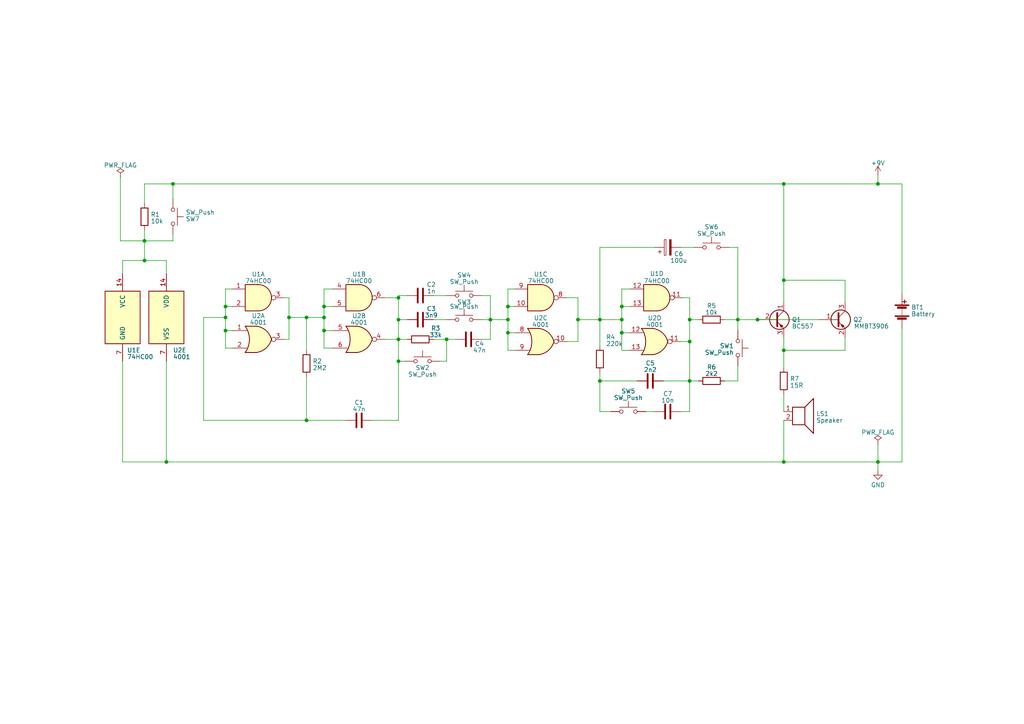
<source format=kicad_sch>
(kicad_sch (version 20230121) (generator eeschema)
  (paper "A4")
  (title_block (date "2023-05-08") (rev "v1.0a"))
  (lib_symbols
    (symbol "4xxx:4001" (pin_names (offset 1.016))
      (property "Reference" "U" (at 0 1.27 0))
      (property "Value" "4001" (at 0 -1.27 0))
      (symbol "4001_1_1"
        (arc (start -3.81 -3.81) (mid -2.589 0) (end -3.81 3.81) (stroke (width 0.254)))
        (arc (start -0.6096 -3.81) (mid 2.1842 -2.5851) (end 3.81 0) (stroke (width 0.254)) (fill (type background)))
        (polyline (pts (xy -3.81 -3.81) (xy -0.635 -3.81)) (stroke (width 0.254)) (fill (type background)))
        (polyline (pts (xy -3.81 3.81) (xy -0.635 3.81)) (stroke (width 0.254)) (fill (type background)))
        (polyline (pts (xy -0.635 3.81) (xy -3.81 3.81) (xy -3.81 3.81) (xy -3.556 3.4036) (xy -3.0226 2.2606) (xy -2.6924 1.0414) (xy -2.6162 -0.254) (xy -2.7686 -1.4986) (xy -3.175 -2.7178) (xy -3.81 -3.81) (xy -3.81 -3.81) (xy -0.635 -3.81)) (stroke (width -25.4)) (fill (type background)))
        (arc (start 3.81 0) (mid 2.1915 2.5936) (end -0.6096 3.81) (stroke (width 0.254)) (fill (type background)))
        (pin input line (at -7.62 2.54 0) (length 4.318) (name "~") (number "1"))
        (pin input line (at -7.62 -2.54 0) (length 4.318) (name "~") (number "2"))
        (pin output inverted (at 7.62 0 180) (length 3.81) (name "~") (number "3"))
      )
      (symbol "4001_1_2"
        (arc (start 0 -3.81) (mid 3.7934 0) (end 0 3.81) (stroke (width 0.254)) (fill (type background)))
        (polyline (pts (xy 0 3.81) (xy -3.81 3.81) (xy -3.81 -3.81) (xy 0 -3.81)) (stroke (width 0.254)) (fill (type background)))
        (pin input inverted (at -7.62 2.54 0) (length 3.81) (name "~") (number "1"))
        (pin input inverted (at -7.62 -2.54 0) (length 3.81) (name "~") (number "2"))
        (pin output line (at 7.62 0 180) (length 3.81) (name "~") (number "3"))
      )
      (symbol "4001_2_1"
        (arc (start -3.81 -3.81) (mid -2.589 0) (end -3.81 3.81) (stroke (width 0.254)))
        (arc (start -0.6096 -3.81) (mid 2.1842 -2.5851) (end 3.81 0) (stroke (width 0.254)) (fill (type background)))
        (polyline (pts (xy -3.81 -3.81) (xy -0.635 -3.81)) (stroke (width 0.254)) (fill (type background)))
        (polyline (pts (xy -3.81 3.81) (xy -0.635 3.81)) (stroke (width 0.254)) (fill (type background)))
        (polyline (pts (xy -0.635 3.81) (xy -3.81 3.81) (xy -3.81 3.81) (xy -3.556 3.4036) (xy -3.0226 2.2606) (xy -2.6924 1.0414) (xy -2.6162 -0.254) (xy -2.7686 -1.4986) (xy -3.175 -2.7178) (xy -3.81 -3.81) (xy -3.81 -3.81) (xy -0.635 -3.81)) (stroke (width -25.4)) (fill (type background)))
        (arc (start 3.81 0) (mid 2.1915 2.5936) (end -0.6096 3.81) (stroke (width 0.254)) (fill (type background)))
        (pin output inverted (at 7.62 0 180) (length 3.81) (name "~") (number "4"))
        (pin input line (at -7.62 2.54 0) (length 4.318) (name "~") (number "5"))
        (pin input line (at -7.62 -2.54 0) (length 4.318) (name "~") (number "6"))
      )
      (symbol "4001_2_2"
        (arc (start 0 -3.81) (mid 3.7934 0) (end 0 3.81) (stroke (width 0.254)) (fill (type background)))
        (polyline (pts (xy 0 3.81) (xy -3.81 3.81) (xy -3.81 -3.81) (xy 0 -3.81)) (stroke (width 0.254)) (fill (type background)))
        (pin output line (at 7.62 0 180) (length 3.81) (name "~") (number "4"))
        (pin input inverted (at -7.62 2.54 0) (length 3.81) (name "~") (number "5"))
        (pin input inverted (at -7.62 -2.54 0) (length 3.81) (name "~") (number "6"))
      )
      (symbol "4001_3_1"
        (arc (start -3.81 -3.81) (mid -2.589 0) (end -3.81 3.81) (stroke (width 0.254)))
        (arc (start -0.6096 -3.81) (mid 2.1842 -2.5851) (end 3.81 0) (stroke (width 0.254)) (fill (type background)))
        (polyline (pts (xy -3.81 -3.81) (xy -0.635 -3.81)) (stroke (width 0.254)) (fill (type background)))
        (polyline (pts (xy -3.81 3.81) (xy -0.635 3.81)) (stroke (width 0.254)) (fill (type background)))
        (polyline (pts (xy -0.635 3.81) (xy -3.81 3.81) (xy -3.81 3.81) (xy -3.556 3.4036) (xy -3.0226 2.2606) (xy -2.6924 1.0414) (xy -2.6162 -0.254) (xy -2.7686 -1.4986) (xy -3.175 -2.7178) (xy -3.81 -3.81) (xy -3.81 -3.81) (xy -0.635 -3.81)) (stroke (width -25.4)) (fill (type background)))
        (arc (start 3.81 0) (mid 2.1915 2.5936) (end -0.6096 3.81) (stroke (width 0.254)) (fill (type background)))
        (pin output inverted (at 7.62 0 180) (length 3.81) (name "~") (number "10"))
        (pin input line (at -7.62 2.54 0) (length 4.318) (name "~") (number "8"))
        (pin input line (at -7.62 -2.54 0) (length 4.318) (name "~") (number "9"))
      )
      (symbol "4001_3_2"
        (arc (start 0 -3.81) (mid 3.7934 0) (end 0 3.81) (stroke (width 0.254)) (fill (type background)))
        (polyline (pts (xy 0 3.81) (xy -3.81 3.81) (xy -3.81 -3.81) (xy 0 -3.81)) (stroke (width 0.254)) (fill (type background)))
        (pin output line (at 7.62 0 180) (length 3.81) (name "~") (number "10"))
        (pin input inverted (at -7.62 2.54 0) (length 3.81) (name "~") (number "8"))
        (pin input inverted (at -7.62 -2.54 0) (length 3.81) (name "~") (number "9"))
      )
      (symbol "4001_4_1"
        (arc (start -3.81 -3.81) (mid -2.589 0) (end -3.81 3.81) (stroke (width 0.254)))
        (arc (start -0.6096 -3.81) (mid 2.1842 -2.5851) (end 3.81 0) (stroke (width 0.254)) (fill (type background)))
        (polyline (pts (xy -3.81 -3.81) (xy -0.635 -3.81)) (stroke (width 0.254)) (fill (type background)))
        (polyline (pts (xy -3.81 3.81) (xy -0.635 3.81)) (stroke (width 0.254)) (fill (type background)))
        (polyline (pts (xy -0.635 3.81) (xy -3.81 3.81) (xy -3.81 3.81) (xy -3.556 3.4036) (xy -3.0226 2.2606) (xy -2.6924 1.0414) (xy -2.6162 -0.254) (xy -2.7686 -1.4986) (xy -3.175 -2.7178) (xy -3.81 -3.81) (xy -3.81 -3.81) (xy -0.635 -3.81)) (stroke (width -25.4)) (fill (type background)))
        (arc (start 3.81 0) (mid 2.1915 2.5936) (end -0.6096 3.81) (stroke (width 0.254)) (fill (type background)))
        (pin output inverted (at 7.62 0 180) (length 3.81) (name "~") (number "11"))
        (pin input line (at -7.62 2.54 0) (length 4.318) (name "~") (number "12"))
        (pin input line (at -7.62 -2.54 0) (length 4.318) (name "~") (number "13"))
      )
      (symbol "4001_4_2"
        (arc (start 0 -3.81) (mid 3.7934 0) (end 0 3.81) (stroke (width 0.254)) (fill (type background)))
        (polyline (pts (xy 0 3.81) (xy -3.81 3.81) (xy -3.81 -3.81) (xy 0 -3.81)) (stroke (width 0.254)) (fill (type background)))
        (pin output line (at 7.62 0 180) (length 3.81) (name "~") (number "11"))
        (pin input inverted (at -7.62 2.54 0) (length 3.81) (name "~") (number "12"))
        (pin input inverted (at -7.62 -2.54 0) (length 3.81) (name "~") (number "13"))
      )
      (symbol "4001_5_0"
        (pin power_in line (at 0 12.7 270) (length 5.08) (name "VDD") (number "14"))
        (pin power_in line (at 0 -12.7 90) (length 5.08) (name "VSS") (number "7"))
      )
      (symbol "4001_5_1"
        (rectangle (start -5.08 7.62) (end 5.08 -7.62) (stroke (width 0.254)) (fill (type background)))
      )
    )
    (symbol "74xx:74HC00" (pin_names (offset 1.016))
      (property "Reference" "U" (at 0 1.27 0))
      (property "Value" "74HC00" (at 0 -1.27 0))
      (symbol "74HC00_1_1"
        (arc (start 0 -3.81) (mid 3.7934 0) (end 0 3.81) (stroke (width 0.254)) (fill (type background)))
        (polyline (pts (xy 0 3.81) (xy -3.81 3.81) (xy -3.81 -3.81) (xy 0 -3.81)) (stroke (width 0.254)) (fill (type background)))
        (pin input line (at -7.62 2.54 0) (length 3.81) (name "~") (number "1"))
        (pin input line (at -7.62 -2.54 0) (length 3.81) (name "~") (number "2"))
        (pin output inverted (at 7.62 0 180) (length 3.81) (name "~") (number "3"))
      )
      (symbol "74HC00_1_2"
        (arc (start -3.81 -3.81) (mid -2.589 0) (end -3.81 3.81) (stroke (width 0.254)))
        (arc (start -0.6096 -3.81) (mid 2.1842 -2.5851) (end 3.81 0) (stroke (width 0.254)) (fill (type background)))
        (polyline (pts (xy -3.81 -3.81) (xy -0.635 -3.81)) (stroke (width 0.254)) (fill (type background)))
        (polyline (pts (xy -3.81 3.81) (xy -0.635 3.81)) (stroke (width 0.254)) (fill (type background)))
        (polyline (pts (xy -0.635 3.81) (xy -3.81 3.81) (xy -3.81 3.81) (xy -3.556 3.4036) (xy -3.0226 2.2606) (xy -2.6924 1.0414) (xy -2.6162 -0.254) (xy -2.7686 -1.4986) (xy -3.175 -2.7178) (xy -3.81 -3.81) (xy -3.81 -3.81) (xy -0.635 -3.81)) (stroke (width -25.4)) (fill (type background)))
        (arc (start 3.81 0) (mid 2.1915 2.5936) (end -0.6096 3.81) (stroke (width 0.254)) (fill (type background)))
        (pin input inverted (at -7.62 2.54 0) (length 4.318) (name "~") (number "1"))
        (pin input inverted (at -7.62 -2.54 0) (length 4.318) (name "~") (number "2"))
        (pin output line (at 7.62 0 180) (length 3.81) (name "~") (number "3"))
      )
      (symbol "74HC00_2_1"
        (arc (start 0 -3.81) (mid 3.7934 0) (end 0 3.81) (stroke (width 0.254)) (fill (type background)))
        (polyline (pts (xy 0 3.81) (xy -3.81 3.81) (xy -3.81 -3.81) (xy 0 -3.81)) (stroke (width 0.254)) (fill (type background)))
        (pin input line (at -7.62 2.54 0) (length 3.81) (name "~") (number "4"))
        (pin input line (at -7.62 -2.54 0) (length 3.81) (name "~") (number "5"))
        (pin output inverted (at 7.62 0 180) (length 3.81) (name "~") (number "6"))
      )
      (symbol "74HC00_2_2"
        (arc (start -3.81 -3.81) (mid -2.589 0) (end -3.81 3.81) (stroke (width 0.254)))
        (arc (start -0.6096 -3.81) (mid 2.1842 -2.5851) (end 3.81 0) (stroke (width 0.254)) (fill (type background)))
        (polyline (pts (xy -3.81 -3.81) (xy -0.635 -3.81)) (stroke (width 0.254)) (fill (type background)))
        (polyline (pts (xy -3.81 3.81) (xy -0.635 3.81)) (stroke (width 0.254)) (fill (type background)))
        (polyline (pts (xy -0.635 3.81) (xy -3.81 3.81) (xy -3.81 3.81) (xy -3.556 3.4036) (xy -3.0226 2.2606) (xy -2.6924 1.0414) (xy -2.6162 -0.254) (xy -2.7686 -1.4986) (xy -3.175 -2.7178) (xy -3.81 -3.81) (xy -3.81 -3.81) (xy -0.635 -3.81)) (stroke (width -25.4)) (fill (type background)))
        (arc (start 3.81 0) (mid 2.1915 2.5936) (end -0.6096 3.81) (stroke (width 0.254)) (fill (type background)))
        (pin input inverted (at -7.62 2.54 0) (length 4.318) (name "~") (number "4"))
        (pin input inverted (at -7.62 -2.54 0) (length 4.318) (name "~") (number "5"))
        (pin output line (at 7.62 0 180) (length 3.81) (name "~") (number "6"))
      )
      (symbol "74HC00_3_1"
        (arc (start 0 -3.81) (mid 3.7934 0) (end 0 3.81) (stroke (width 0.254)) (fill (type background)))
        (polyline (pts (xy 0 3.81) (xy -3.81 3.81) (xy -3.81 -3.81) (xy 0 -3.81)) (stroke (width 0.254)) (fill (type background)))
        (pin input line (at -7.62 -2.54 0) (length 3.81) (name "~") (number "10"))
        (pin output inverted (at 7.62 0 180) (length 3.81) (name "~") (number "8"))
        (pin input line (at -7.62 2.54 0) (length 3.81) (name "~") (number "9"))
      )
      (symbol "74HC00_3_2"
        (arc (start -3.81 -3.81) (mid -2.589 0) (end -3.81 3.81) (stroke (width 0.254)))
        (arc (start -0.6096 -3.81) (mid 2.1842 -2.5851) (end 3.81 0) (stroke (width 0.254)) (fill (type background)))
        (polyline (pts (xy -3.81 -3.81) (xy -0.635 -3.81)) (stroke (width 0.254)) (fill (type background)))
        (polyline (pts (xy -3.81 3.81) (xy -0.635 3.81)) (stroke (width 0.254)) (fill (type background)))
        (polyline (pts (xy -0.635 3.81) (xy -3.81 3.81) (xy -3.81 3.81) (xy -3.556 3.4036) (xy -3.0226 2.2606) (xy -2.6924 1.0414) (xy -2.6162 -0.254) (xy -2.7686 -1.4986) (xy -3.175 -2.7178) (xy -3.81 -3.81) (xy -3.81 -3.81) (xy -0.635 -3.81)) (stroke (width -25.4)) (fill (type background)))
        (arc (start 3.81 0) (mid 2.1915 2.5936) (end -0.6096 3.81) (stroke (width 0.254)) (fill (type background)))
        (pin input inverted (at -7.62 -2.54 0) (length 4.318) (name "~") (number "10"))
        (pin output line (at 7.62 0 180) (length 3.81) (name "~") (number "8"))
        (pin input inverted (at -7.62 2.54 0) (length 4.318) (name "~") (number "9"))
      )
      (symbol "74HC00_4_1"
        (arc (start 0 -3.81) (mid 3.7934 0) (end 0 3.81) (stroke (width 0.254)) (fill (type background)))
        (polyline (pts (xy 0 3.81) (xy -3.81 3.81) (xy -3.81 -3.81) (xy 0 -3.81)) (stroke (width 0.254)) (fill (type background)))
        (pin output inverted (at 7.62 0 180) (length 3.81) (name "~") (number "11"))
        (pin input line (at -7.62 2.54 0) (length 3.81) (name "~") (number "12"))
        (pin input line (at -7.62 -2.54 0) (length 3.81) (name "~") (number "13"))
      )
      (symbol "74HC00_4_2"
        (arc (start -3.81 -3.81) (mid -2.589 0) (end -3.81 3.81) (stroke (width 0.254)))
        (arc (start -0.6096 -3.81) (mid 2.1842 -2.5851) (end 3.81 0) (stroke (width 0.254)) (fill (type background)))
        (polyline (pts (xy -3.81 -3.81) (xy -0.635 -3.81)) (stroke (width 0.254)) (fill (type background)))
        (polyline (pts (xy -3.81 3.81) (xy -0.635 3.81)) (stroke (width 0.254)) (fill (type background)))
        (polyline (pts (xy -0.635 3.81) (xy -3.81 3.81) (xy -3.81 3.81) (xy -3.556 3.4036) (xy -3.0226 2.2606) (xy -2.6924 1.0414) (xy -2.6162 -0.254) (xy -2.7686 -1.4986) (xy -3.175 -2.7178) (xy -3.81 -3.81) (xy -3.81 -3.81) (xy -0.635 -3.81)) (stroke (width -25.4)) (fill (type background)))
        (arc (start 3.81 0) (mid 2.1915 2.5936) (end -0.6096 3.81) (stroke (width 0.254)) (fill (type background)))
        (pin output line (at 7.62 0 180) (length 3.81) (name "~") (number "11"))
        (pin input inverted (at -7.62 2.54 0) (length 4.318) (name "~") (number "12"))
        (pin input inverted (at -7.62 -2.54 0) (length 4.318) (name "~") (number "13"))
      )
      (symbol "74HC00_5_0"
        (pin power_in line (at 0 12.7 270) (length 5.08) (name "VCC") (number "14"))
        (pin power_in line (at 0 -12.7 90) (length 5.08) (name "GND") (number "7"))
      )
      (symbol "74HC00_5_1"
        (rectangle (start -5.08 7.62) (end 5.08 -7.62) (stroke (width 0.254)) (fill (type background)))
      )
    )
    (symbol "Device:Battery" (pin_numbers hide) (pin_names (offset 0) hide)
      (property "Reference" "BT" (at 2.54 2.54 0))
      (property "Value" "Battery" (at 2.54 0 0))
      (symbol "Battery_0_1"
        (rectangle (start -2.032 -1.397) (end 2.032 -1.651) (fill (type outline)))
        (rectangle (start -2.032 1.778) (end 2.032 1.524) (fill (type outline)))
        (rectangle (start -1.3208 -1.9812) (end 1.27 -2.4892) (fill (type outline)))
        (rectangle (start -1.3208 1.1938) (end 1.27 0.6858) (fill (type outline)))
        (polyline (pts (xy 0 -1.524) (xy 0 -1.27)))
        (polyline (pts (xy 0 -1.016) (xy 0 -0.762)))
        (polyline (pts (xy 0 -0.508) (xy 0 -0.254)))
        (polyline (pts (xy 0 0) (xy 0 0.254)))
        (polyline (pts (xy 0 0.508) (xy 0 0.762)))
        (polyline (pts (xy 0 1.778) (xy 0 2.54)))
        (polyline (pts (xy 0.254 2.667) (xy 1.27 2.667)) (stroke (width 0.254)))
        (polyline (pts (xy 0.762 3.175) (xy 0.762 2.159)) (stroke (width 0.254)))
      )
      (symbol "Battery_1_1"
        (pin passive line (at 0 5.08 270) (length 2.54) (name "+") (number "1"))
        (pin passive line (at 0 -5.08 90) (length 2.54) (name "-") (number "2"))
      )
    )
    (symbol "Device:C" (pin_numbers hide) (pin_names (offset 0.254))
      (property "Reference" "C" (at 0.635 2.54 0))
      (property "Value" "C" (at 0.635 -2.54 0))
      (symbol "C_0_1"
        (polyline (pts (xy -2.032 -0.762) (xy 2.032 -0.762)) (stroke (width 0.508)))
        (polyline (pts (xy -2.032 0.762) (xy 2.032 0.762)) (stroke (width 0.508)))
      )
      (symbol "C_1_1"
        (pin passive line (at 0 3.81 270) (length 2.794) (name "~") (number "1"))
        (pin passive line (at 0 -3.81 90) (length 2.794) (name "~") (number "2"))
      )
    )
    (symbol "Device:C_Polarized" (pin_numbers hide) (pin_names (offset 0.254))
      (property "Reference" "C" (at 0.635 2.54 0))
      (property "Value" "C_Polarized" (at 0.635 -2.54 0))
      (symbol "C_Polarized_0_1"
        (rectangle (start -2.286 0.508) (end 2.286 1.016))
        (polyline (pts (xy -1.778 2.286) (xy -0.762 2.286)))
        (polyline (pts (xy -1.27 2.794) (xy -1.27 1.778)))
        (rectangle (start 2.286 -0.508) (end -2.286 -1.016) (fill (type outline)))
      )
      (symbol "C_Polarized_1_1"
        (pin passive line (at 0 3.81 270) (length 2.794) (name "~") (number "1"))
        (pin passive line (at 0 -3.81 90) (length 2.794) (name "~") (number "2"))
      )
    )
    (symbol "Device:R" (pin_numbers hide) (pin_names (offset 0))
      (property "Reference" "R" (at 2.032 0 90))
      (property "Value" "R" (at 0 0 90))
      (symbol "R_0_1"
        (rectangle (start -1.016 -2.54) (end 1.016 2.54) (stroke (width 0.254)))
      )
      (symbol "R_1_1"
        (pin passive line (at 0 3.81 270) (length 1.27) (name "~") (number "1"))
        (pin passive line (at 0 -3.81 90) (length 1.27) (name "~") (number "2"))
      )
    )
    (symbol "Device:Speaker" (pin_names (offset 0) hide)
      (property "Reference" "LS" (at 1.27 5.715 0))
      (property "Value" "Speaker" (at 1.27 3.81 0))
      (symbol "Speaker_0_0"
        (rectangle (start -2.54 1.27) (end 1.016 -3.81) (stroke (width 0.254)))
        (polyline (pts (xy 1.016 1.27) (xy 3.556 3.81) (xy 3.556 -6.35) (xy 1.016 -3.81)) (stroke (width 0.254)))
      )
      (symbol "Speaker_1_1"
        (pin input line (at -5.08 0 0) (length 2.54) (name "1") (number "1"))
        (pin input line (at -5.08 -2.54 0) (length 2.54) (name "2") (number "2"))
      )
    )
    (symbol "Switch:SW_Push" (pin_numbers hide) (pin_names (offset 1.016) hide)
      (property "Reference" "SW" (at 1.27 2.54 0))
      (property "Value" "SW_Push" (at 0 -1.524 0))
      (symbol "SW_Push_0_1"
        (circle (center -2.032 0) (radius 0.508))
        (polyline (pts (xy 0 1.27) (xy 0 3.048)))
        (polyline (pts (xy 2.54 1.27) (xy -2.54 1.27)))
        (circle (center 2.032 0) (radius 0.508))
        (pin passive line (at -5.08 0 0) (length 2.54) (name "1") (number "1"))
        (pin passive line (at 5.08 0 180) (length 2.54) (name "2") (number "2"))
      )
    )
    (symbol "Transistor_BJT:BC557" (pin_names (offset 0) hide)
      (property "Reference" "Q" (at 5.08 1.905 0))
      (property "Value" "BC557" (at 5.08 0 0))
      (symbol "BC557_0_1"
        (polyline (pts (xy 0.635 0.635) (xy 2.54 2.54)))
        (polyline (pts (xy 0.635 -0.635) (xy 2.54 -2.54) (xy 2.54 -2.54)))
        (polyline (pts (xy 0.635 1.905) (xy 0.635 -1.905) (xy 0.635 -1.905)) (stroke (width 0.508)))
        (polyline (pts (xy 2.286 -1.778) (xy 1.778 -2.286) (xy 1.27 -1.27) (xy 2.286 -1.778) (xy 2.286 -1.778)) (fill (type outline)))
        (circle (center 1.27 0) (radius 2.8194) (stroke (width 0.254)))
      )
      (symbol "BC557_1_1"
        (pin passive line (at 2.54 5.08 270) (length 2.54) (name "C") (number "1"))
        (pin input line (at -5.08 0 0) (length 5.715) (name "B") (number "2"))
        (pin passive line (at 2.54 -5.08 90) (length 2.54) (name "E") (number "3"))
      )
    )
    (symbol "Transistor_BJT:MMBT3906" (pin_names (offset 0) hide)
      (property "Reference" "Q" (at 5.08 1.905 0))
      (property "Value" "MMBT3906" (at 5.08 0 0))
      (symbol "MMBT3906_0_1"
        (polyline (pts (xy 0.635 0.635) (xy 2.54 2.54)))
        (polyline (pts (xy 0.635 -0.635) (xy 2.54 -2.54) (xy 2.54 -2.54)))
        (polyline (pts (xy 0.635 1.905) (xy 0.635 -1.905) (xy 0.635 -1.905)) (stroke (width 0.508)))
        (polyline (pts (xy 2.286 -1.778) (xy 1.778 -2.286) (xy 1.27 -1.27) (xy 2.286 -1.778) (xy 2.286 -1.778)) (fill (type outline)))
        (circle (center 1.27 0) (radius 2.8194) (stroke (width 0.254)))
      )
      (symbol "MMBT3906_1_1"
        (pin input line (at -5.08 0 0) (length 5.715) (name "B") (number "1"))
        (pin passive line (at 2.54 -5.08 90) (length 2.54) (name "E") (number "2"))
        (pin passive line (at 2.54 5.08 270) (length 2.54) (name "C") (number "3"))
      )
    )
    (symbol "power:+9V" (power) (pin_names (offset 0))
      (property "Value" "+9V" (at 0 3.556 0))
      (symbol "+9V_0_1"
        (polyline (pts (xy -0.762 1.27) (xy 0 2.54)))
        (polyline (pts (xy 0 0) (xy 0 2.54)))
        (polyline (pts (xy 0 2.54) (xy 0.762 1.27)))
      )
      (symbol "+9V_1_1"
        (pin power_in line (at 0 0 90) (length 0) hide (name "+9V") (number "1"))
      )
    )
    (symbol "power:GND" (power) (pin_names (offset 0))
      (property "Value" "GND" (at 0 -3.81 0))
      (symbol "GND_0_1"
        (polyline (pts (xy 0 0) (xy 0 -1.27) (xy 1.27 -1.27) (xy 0 -2.54) (xy -1.27 -1.27) (xy 0 -1.27)))
      )
      (symbol "GND_1_1"
        (pin power_in line (at 0 0 270) (length 0) hide (name "GND") (number "1"))
      )
    )
    (symbol "power:PWR_FLAG" (power) (pin_numbers hide) (pin_names (offset 0) hide)
      (property "Value" "PWR_FLAG" (at 0 3.81 0))
      (symbol "PWR_FLAG_0_0"
        (pin power_out line (at 0 0 90) (length 0) (name "pwr") (number "1"))
      )
      (symbol "PWR_FLAG_0_1"
        (polyline (pts (xy 0 0) (xy 0 1.27) (xy -1.016 1.905) (xy 0 2.54) (xy 1.016 1.905) (xy 0 1.27)))
      )
    )
  )
  (junction (at 180.34 88.9))
  (junction (at 88.9 121.92))
  (junction (at 180.34 96.52))
  (junction (at 227.33 133.985))
  (junction (at 115.57 104.775))
  (junction (at 173.99 110.49))
  (junction (at 254.635 133.985))
  (junction (at 41.91 69.85))
  (junction (at 254.635 53.34))
  (junction (at 180.34 92.71))
  (junction (at 227.33 101.6))
  (junction (at 147.32 96.52))
  (junction (at 88.9 92.075))
  (junction (at 41.91 75.565))
  (junction (at 173.99 92.71))
  (junction (at 142.24 92.71))
  (junction (at 65.405 88.9))
  (junction (at 65.405 95.885))
  (junction (at 93.98 92.075))
  (junction (at 129.54 98.425))
  (junction (at 200.025 99.06))
  (junction (at 200.025 110.49))
  (junction (at 115.57 98.425))
  (junction (at 115.57 86.36))
  (junction (at 227.33 53.34))
  (junction (at 93.98 88.9))
  (junction (at 147.32 92.71))
  (junction (at 65.405 92.075))
  (junction (at 147.32 88.9))
  (junction (at 115.57 92.71))
  (junction (at 83.82 92.075))
  (junction (at 93.98 95.885))
  (junction (at 200.025 92.71))
  (junction (at 219.71 92.71))
  (junction (at 227.33 81.28))
  (junction (at 167.64 92.71))
  (junction (at 213.995 92.71))
  (junction (at 48.26 133.985))
  (junction (at 50.165 53.34))
  (wire (pts (xy 65.405 95.885) (xy 65.405 100.965)))
  (wire (pts (xy 67.31 95.885) (xy 65.405 95.885)))
  (wire (pts (xy 173.99 119.38) (xy 177.165 119.38)))
  (wire (pts (xy 245.11 87.63) (xy 245.11 81.28)))
  (wire (pts (xy 180.34 96.52) (xy 180.34 101.6)))
  (wire (pts (xy 129.54 104.775) (xy 129.54 98.425)))
  (wire (pts (xy 227.33 97.79) (xy 227.33 101.6)))
  (wire (pts (xy 50.165 53.34) (xy 50.165 57.785)))
  (wire (pts (xy 59.055 121.92) (xy 88.9 121.92)))
  (wire (pts (xy 227.33 81.28) (xy 227.33 87.63)))
  (wire (pts (xy 142.24 92.71) (xy 147.32 92.71)))
  (wire (pts (xy 149.225 96.52) (xy 147.32 96.52)))
  (wire (pts (xy 197.485 119.38) (xy 200.025 119.38)))
  (wire (pts (xy 200.025 92.71) (xy 202.565 92.71)))
  (wire (pts (xy 254.635 133.985) (xy 254.635 136.525)))
  (wire (pts (xy 147.32 96.52) (xy 147.32 101.6)))
  (wire (pts (xy 35.56 75.565) (xy 41.91 75.565)))
  (wire (pts (xy 41.91 59.055) (xy 41.91 53.34)))
  (wire (pts (xy 254.635 133.985) (xy 261.62 133.985)))
  (wire (pts (xy 182.245 96.52) (xy 180.34 96.52)))
  (wire (pts (xy 261.62 95.25) (xy 261.62 133.985)))
  (wire (pts (xy 173.99 100.33) (xy 173.99 92.71)))
  (wire (pts (xy 129.54 98.425) (xy 132.08 98.425)))
  (wire (pts (xy 50.165 53.34) (xy 227.33 53.34)))
  (wire (pts (xy 200.025 86.36) (xy 200.025 92.71)))
  (wire (pts (xy 65.405 92.075) (xy 65.405 95.885)))
  (wire (pts (xy 149.225 83.82) (xy 147.32 83.82)))
  (wire (pts (xy 41.91 69.85) (xy 34.925 69.85)))
  (wire (pts (xy 111.76 86.36) (xy 115.57 86.36)))
  (wire (pts (xy 180.34 83.82) (xy 180.34 88.9)))
  (wire (pts (xy 65.405 83.82) (xy 67.31 83.82)))
  (wire (pts (xy 93.98 100.965) (xy 96.52 100.965)))
  (wire (pts (xy 111.76 98.425) (xy 115.57 98.425)))
  (wire (pts (xy 227.33 133.985) (xy 254.635 133.985)))
  (wire (pts (xy 219.71 92.71) (xy 237.49 92.71)))
  (wire (pts (xy 189.865 71.755) (xy 173.99 71.755)))
  (wire (pts (xy 88.9 101.6) (xy 88.9 92.075)))
  (wire (pts (xy 93.98 92.075) (xy 93.98 95.885)))
  (wire (pts (xy 200.025 99.06) (xy 200.025 110.49)))
  (wire (pts (xy 197.485 99.06) (xy 200.025 99.06)))
  (wire (pts (xy 198.12 86.36) (xy 200.025 86.36)))
  (wire (pts (xy 48.26 133.985) (xy 227.33 133.985)))
  (wire (pts (xy 125.73 85.725) (xy 129.54 85.725)))
  (wire (pts (xy 48.26 75.565) (xy 48.26 79.375)))
  (wire (pts (xy 147.32 88.9) (xy 149.225 88.9)))
  (wire (pts (xy 96.52 83.82) (xy 93.98 83.82)))
  (wire (pts (xy 182.88 88.9) (xy 180.34 88.9)))
  (wire (pts (xy 118.11 85.725) (xy 115.57 85.725)))
  (wire (pts (xy 213.995 92.71) (xy 219.71 92.71)))
  (wire (pts (xy 147.32 88.9) (xy 147.32 92.71)))
  (wire (pts (xy 173.99 71.755) (xy 173.99 92.71)))
  (wire (pts (xy 173.99 107.95) (xy 173.99 110.49)))
  (wire (pts (xy 65.405 88.9) (xy 67.31 88.9)))
  (wire (pts (xy 88.9 109.22) (xy 88.9 121.92)))
  (wire (pts (xy 50.165 69.85) (xy 50.165 67.945)))
  (wire (pts (xy 88.9 121.92) (xy 100.33 121.92)))
  (wire (pts (xy 187.325 119.38) (xy 189.865 119.38)))
  (wire (pts (xy 41.91 69.85) (xy 41.91 66.675)))
  (wire (pts (xy 125.73 92.71) (xy 129.54 92.71)))
  (wire (pts (xy 227.33 121.92) (xy 227.33 133.985)))
  (wire (pts (xy 180.34 101.6) (xy 182.245 101.6)))
  (wire (pts (xy 164.465 99.06) (xy 167.64 99.06)))
  (wire (pts (xy 115.57 121.92) (xy 107.95 121.92)))
  (wire (pts (xy 93.98 95.885) (xy 93.98 100.965)))
  (wire (pts (xy 50.165 69.85) (xy 41.91 69.85)))
  (wire (pts (xy 227.33 114.3) (xy 227.33 119.38)))
  (wire (pts (xy 167.64 86.36) (xy 167.64 92.71)))
  (wire (pts (xy 115.57 92.71) (xy 115.57 98.425)))
  (wire (pts (xy 254.635 128.905) (xy 254.635 133.985)))
  (wire (pts (xy 83.82 98.425) (xy 82.55 98.425)))
  (wire (pts (xy 142.24 92.71) (xy 142.24 98.425)))
  (wire (pts (xy 127.635 104.775) (xy 129.54 104.775)))
  (wire (pts (xy 35.56 133.985) (xy 48.26 133.985)))
  (wire (pts (xy 180.34 92.71) (xy 180.34 96.52)))
  (wire (pts (xy 93.98 88.9) (xy 93.98 92.075)))
  (wire (pts (xy 261.62 85.09) (xy 261.62 53.34)))
  (wire (pts (xy 65.405 100.965) (xy 67.31 100.965)))
  (wire (pts (xy 65.405 88.9) (xy 65.405 92.075)))
  (wire (pts (xy 59.055 92.075) (xy 59.055 121.92)))
  (wire (pts (xy 115.57 86.36) (xy 115.57 92.71)))
  (wire (pts (xy 65.405 92.075) (xy 59.055 92.075)))
  (wire (pts (xy 139.7 92.71) (xy 142.24 92.71)))
  (wire (pts (xy 41.91 53.34) (xy 50.165 53.34)))
  (wire (pts (xy 147.32 92.71) (xy 147.32 96.52)))
  (wire (pts (xy 115.57 104.775) (xy 115.57 98.425)))
  (wire (pts (xy 93.98 88.9) (xy 96.52 88.9)))
  (wire (pts (xy 93.98 83.82) (xy 93.98 88.9)))
  (wire (pts (xy 180.34 88.9) (xy 180.34 92.71)))
  (wire (pts (xy 254.635 53.34) (xy 227.33 53.34)))
  (wire (pts (xy 173.99 92.71) (xy 180.34 92.71)))
  (wire (pts (xy 213.995 110.49) (xy 213.995 106.045)))
  (wire (pts (xy 115.57 86.36) (xy 115.57 85.725)))
  (wire (pts (xy 65.405 83.82) (xy 65.405 88.9)))
  (wire (pts (xy 227.33 53.34) (xy 227.33 81.28)))
  (wire (pts (xy 213.995 71.755) (xy 213.995 92.71)))
  (wire (pts (xy 200.025 110.49) (xy 202.565 110.49)))
  (wire (pts (xy 129.54 98.425) (xy 125.73 98.425)))
  (wire (pts (xy 82.55 86.36) (xy 83.82 86.36)))
  (wire (pts (xy 115.57 104.775) (xy 115.57 121.92)))
  (wire (pts (xy 200.025 92.71) (xy 200.025 99.06)))
  (wire (pts (xy 173.99 110.49) (xy 184.785 110.49)))
  (wire (pts (xy 245.11 97.79) (xy 245.11 101.6)))
  (wire (pts (xy 210.185 110.49) (xy 213.995 110.49)))
  (wire (pts (xy 41.91 75.565) (xy 48.26 75.565)))
  (wire (pts (xy 213.995 92.71) (xy 210.185 92.71)))
  (wire (pts (xy 117.475 104.775) (xy 115.57 104.775)))
  (wire (pts (xy 41.91 69.85) (xy 41.91 75.565)))
  (wire (pts (xy 167.64 92.71) (xy 173.99 92.71)))
  (wire (pts (xy 48.26 104.775) (xy 48.26 133.985)))
  (wire (pts (xy 83.82 92.075) (xy 88.9 92.075)))
  (wire (pts (xy 173.99 110.49) (xy 173.99 119.38)))
  (wire (pts (xy 245.11 81.28) (xy 227.33 81.28)))
  (wire (pts (xy 96.52 95.885) (xy 93.98 95.885)))
  (wire (pts (xy 254.635 50.8) (xy 254.635 53.34)))
  (wire (pts (xy 83.82 86.36) (xy 83.82 92.075)))
  (wire (pts (xy 197.485 71.755) (xy 201.295 71.755)))
  (wire (pts (xy 88.9 92.075) (xy 93.98 92.075)))
  (wire (pts (xy 115.57 92.71) (xy 118.11 92.71)))
  (wire (pts (xy 211.455 71.755) (xy 213.995 71.755)))
  (wire (pts (xy 147.32 101.6) (xy 149.225 101.6)))
  (wire (pts (xy 35.56 133.985) (xy 35.56 104.775)))
  (wire (pts (xy 167.64 92.71) (xy 167.64 99.06)))
  (wire (pts (xy 115.57 98.425) (xy 118.11 98.425)))
  (wire (pts (xy 261.62 53.34) (xy 254.635 53.34)))
  (wire (pts (xy 200.025 110.49) (xy 200.025 119.38)))
  (wire (pts (xy 83.82 92.075) (xy 83.82 98.425)))
  (wire (pts (xy 164.465 86.36) (xy 167.64 86.36)))
  (wire (pts (xy 139.7 85.725) (xy 142.24 85.725)))
  (wire (pts (xy 147.32 83.82) (xy 147.32 88.9)))
  (wire (pts (xy 35.56 79.375) (xy 35.56 75.565)))
  (wire (pts (xy 213.995 92.71) (xy 213.995 95.885)))
  (wire (pts (xy 142.24 85.725) (xy 142.24 92.71)))
  (wire (pts (xy 139.7 98.425) (xy 142.24 98.425)))
  (wire (pts (xy 34.925 51.435) (xy 34.925 69.85)))
  (wire (pts (xy 192.405 110.49) (xy 200.025 110.49)))
  (wire (pts (xy 245.11 101.6) (xy 227.33 101.6)))
  (wire (pts (xy 182.88 83.82) (xy 180.34 83.82)))
  (wire (pts (xy 227.33 101.6) (xy 227.33 106.68)))
  (symbol (lib_id "Device:R") (at 88.9 105.41 0) (unit 1)
    (property "Reference" "R2" (at 90.678 104.7663 0) (effects (justify left)))
    (property "Value" "2M2" (at 90.678 106.6873 0) (effects (justify left)))
    (property "Footprint" "Resistor_SMD:R_0805_2012Metric_Pad1.20x1.40mm_HandSolder" (effects hide))
  )
  (symbol (lib_id "74xx:74HC00") (at 156.845 86.36 0) (unit 3)
    (property "Reference" "U1" (at 156.8367 79.5401 0))
    (property "Value" "74HC00" (at 156.8367 81.4611 0))
    (property "Footprint" "aa_library:DIP-14_W7.62mm_and_SOIC-14" (effects hide))
    (property "Datasheet" "http://www.ti.com/lit/gpn/sn74hc00" (effects hide))
  )
  (symbol (lib_id "4xxx:4001") (at 104.14 98.425 0) (unit 2)
    (property "Reference" "U2" (at 104.14 91.6051 0))
    (property "Value" "4001" (at 104.14 93.5261 0))
    (property "Footprint" "aa_library:DIP-14_W7.62mm_and_SOIC-14" (effects hide))
    (property "Datasheet" "http://www.intersil.com/content/dam/Intersil/documents/cd40/cd4000bms-01bms-02bms-25bms.pdf" (effects hide))
  )
  (symbol (lib_id "Device:R") (at 41.91 62.865 0) (unit 1)
    (property "Reference" "R1" (at 43.688 62.2213 0) (effects (justify left)))
    (property "Value" "10k" (at 43.688 64.1423 0) (effects (justify left)))
    (property "Footprint" "Resistor_SMD:R_0805_2012Metric_Pad1.20x1.40mm_HandSolder" (effects hide))
  )
  (symbol (lib_id "Device:C_Polarized") (at 193.675 71.755 90) (unit 1)
    (property "Reference" "C6" (at 196.85 73.644 90))
    (property "Value" "100u" (at 196.85 75.565 90))
    (property "Footprint" "Capacitor_THT:CP_Radial_D5.0mm_P2.00mm" (effects hide))
  )
  (symbol (lib_id "Device:R") (at 121.92 98.425 90) (unit 1)
    (property "Reference" "R3" (at 126.365 95.234 90))
    (property "Value" "33k" (at 126.365 97.155 90))
    (property "Footprint" "Resistor_SMD:R_0805_2012Metric_Pad1.20x1.40mm_HandSolder" (effects hide))
  )
  (symbol (lib_id "4xxx:4001") (at 48.26 92.075 0) (unit 5)
    (property "Reference" "U2" (at 50.165 101.584 0) (effects (justify left)))
    (property "Value" "4001" (at 50.165 103.505 0) (effects (justify left)))
    (property "Footprint" "aa_library:DIP-14_W7.62mm_and_SOIC-14" (effects hide))
    (property "Datasheet" "http://www.intersil.com/content/dam/Intersil/documents/cd40/cd4000bms-01bms-02bms-25bms.pdf" (effects hide))
  )
  (symbol (lib_id "Device:C") (at 193.675 119.38 270) (unit 1)
    (property "Reference" "C7" (at 193.675 114.2111 90))
    (property "Value" "10n" (at 193.675 116.1321 90))
    (property "Footprint" "Capacitor_SMD:C_0805_2012Metric_Pad1.18x1.45mm_HandSolder" (effects hide))
  )
  (symbol (lib_id "Switch:SW_Push") (at 134.62 85.725 0) (mirror y) (unit 1)
    (property "Reference" "SW4" (at 134.62 79.7941 0))
    (property "Value" "SW_Push" (at 134.62 81.7151 0))
    (property "Footprint" "aa_library:SW_PUSH_6mm_H5mm_and_strip" (effects hide))
  )
  (symbol (lib_id "Device:C") (at 121.92 85.725 270) (unit 1)
    (property "Reference" "C2" (at 125.095 82.534 90))
    (property "Value" "1n" (at 125.095 84.455 90))
    (property "Footprint" "Capacitor_SMD:C_0805_2012Metric_Pad1.18x1.45mm_HandSolder" (effects hide))
  )
  (symbol (lib_id "4xxx:4001") (at 189.865 99.06 0) (unit 4)
    (property "Reference" "U2" (at 189.865 92.2401 0))
    (property "Value" "4001" (at 189.865 94.1611 0))
    (property "Footprint" "aa_library:DIP-14_W7.62mm_and_SOIC-14" (effects hide))
    (property "Datasheet" "http://www.intersil.com/content/dam/Intersil/documents/cd40/cd4000bms-01bms-02bms-25bms.pdf" (effects hide))
  )
  (symbol (lib_id "power:PWR_FLAG") (at 34.925 51.435 0) (unit 1)
    (property "Reference" "#FLG01" (effects hide))
    (property "Value" "PWR_FLAG" (at 34.925 47.9331 0))
  )
  (symbol (lib_id "Device:C") (at 188.595 110.49 270) (unit 1)
    (property "Reference" "C5" (at 188.595 105.3211 90))
    (property "Value" "2n2" (at 188.595 107.2421 90))
    (property "Footprint" "Capacitor_SMD:C_0805_2012Metric_Pad1.18x1.45mm_HandSolder" (effects hide))
  )
  (symbol (lib_id "Transistor_BJT:MMBT3906") (at 242.57 92.71 0) (unit 1)
    (property "Reference" "Q2" (at 247.4214 92.7013 0) (effects (justify left)))
    (property "Value" "MMBT3906" (at 247.65 94.615 0) (effects (justify left)))
    (property "Footprint" "Package_TO_SOT_SMD:SOT-23" (effects hide))
    (property "Datasheet" "https://www.onsemi.com/pub/Collateral/2N3906-D.PDF" (effects hide))
  )
  (symbol (lib_id "Device:R") (at 173.99 104.14 180) (unit 1)
    (property "Reference" "R4" (at 175.768 97.7813 0) (effects (justify right)))
    (property "Value" "220k" (at 175.768 99.7023 0) (effects (justify right)))
    (property "Footprint" "Resistor_SMD:R_0805_2012Metric_Pad1.20x1.40mm_HandSolder" (effects hide))
  )
  (symbol (lib_id "Switch:SW_Push") (at 213.995 100.965 270) (mirror x) (unit 1)
    (property "Reference" "SW1" (at 212.852 100.3213 90) (effects (justify right)))
    (property "Value" "SW_Push" (at 212.852 102.2423 90) (effects (justify right)))
    (property "Footprint" "aa_library:SW_PUSH_6mm_H5mm_and_strip" (effects hide))
  )
  (symbol (lib_id "74xx:74HC00") (at 104.14 86.36 0) (unit 2)
    (property "Reference" "U1" (at 104.1317 79.5401 0))
    (property "Value" "74HC00" (at 104.1317 81.4611 0))
    (property "Footprint" "aa_library:DIP-14_W7.62mm_and_SOIC-14" (effects hide))
    (property "Datasheet" "http://www.ti.com/lit/gpn/sn74hc00" (effects hide))
  )
  (symbol (lib_id "Device:Speaker") (at 232.41 119.38 0) (unit 1)
    (property "Reference" "LS1" (at 236.728 120.0063 0) (effects (justify left)))
    (property "Value" "Speaker" (at 236.728 121.9273 0) (effects (justify left)))
    (property "Footprint" "Connector_PinHeader_2.54mm:PinHeader_1x02_P2.54mm_Vertical" (effects hide))
  )
  (symbol (lib_id "Switch:SW_Push") (at 50.165 62.865 270) (mirror x) (unit 1)
    (property "Reference" "SW7" (at 53.848 63.5087 90) (effects (justify left)))
    (property "Value" "SW_Push" (at 53.848 61.5877 90) (effects (justify left)))
    (property "Footprint" "aa_library:SW_PUSH_6mm_H5mm_and_strip" (effects hide))
  )
  (symbol (lib_id "power:PWR_FLAG") (at 254.635 128.905 0) (unit 1)
    (property "Reference" "#FLG02" (effects hide))
    (property "Value" "PWR_FLAG" (at 254.635 125.4031 0))
  )
  (symbol (lib_id "Device:C") (at 121.92 92.71 270) (unit 1)
    (property "Reference" "C3" (at 125.095 89.519 90))
    (property "Value" "3n9" (at 125.095 91.44 90))
    (property "Footprint" "Capacitor_SMD:C_0805_2012Metric_Pad1.18x1.45mm_HandSolder" (effects hide))
  )
  (symbol (lib_id "Switch:SW_Push") (at 182.245 119.38 0) (mirror y) (unit 1)
    (property "Reference" "SW5" (at 182.245 113.4491 0))
    (property "Value" "SW_Push" (at 182.245 115.3701 0))
    (property "Footprint" "aa_library:SW_PUSH_6mm_H5mm_and_strip" (effects hide))
  )
  (symbol (lib_id "4xxx:4001") (at 156.845 99.06 0) (unit 3)
    (property "Reference" "U2" (at 156.845 92.2401 0))
    (property "Value" "4001" (at 156.845 94.1611 0))
    (property "Footprint" "aa_library:DIP-14_W7.62mm_and_SOIC-14" (effects hide))
    (property "Datasheet" "http://www.intersil.com/content/dam/Intersil/documents/cd40/cd4000bms-01bms-02bms-25bms.pdf" (effects hide))
  )
  (symbol (lib_id "power:GND") (at 254.635 136.525 0) (unit 1)
    (property "Reference" "#PWR01" (effects hide))
    (property "Value" "GND" (at 254.635 140.6605 0))
  )
  (symbol (lib_id "Device:R") (at 227.33 110.49 0) (unit 1)
    (property "Reference" "R7" (at 229.108 109.8463 0) (effects (justify left)))
    (property "Value" "15R" (at 229.108 111.7673 0) (effects (justify left)))
    (property "Footprint" "Resistor_SMD:R_0805_2012Metric_Pad1.20x1.40mm_HandSolder" (effects hide))
  )
  (symbol (lib_id "Device:C") (at 135.89 98.425 270) (unit 1)
    (property "Reference" "C4" (at 139.065 99.679 90))
    (property "Value" "47n" (at 139.065 101.6 90))
    (property "Footprint" "Capacitor_SMD:C_0805_2012Metric_Pad1.18x1.45mm_HandSolder" (effects hide))
  )
  (symbol (lib_id "power:+9V") (at 254.635 50.8 0) (unit 1)
    (property "Reference" "#PWR02" (effects hide))
    (property "Value" "+9V" (at 254.635 47.2981 0))
  )
  (symbol (lib_id "Device:R") (at 206.375 110.49 270) (unit 1)
    (property "Reference" "R6" (at 206.375 106.4641 90))
    (property "Value" "2k2" (at 206.375 108.3851 90))
    (property "Footprint" "Resistor_SMD:R_0805_2012Metric_Pad1.20x1.40mm_HandSolder" (effects hide))
  )
  (symbol (lib_id "74xx:74HC00") (at 190.5 86.36 0) (unit 4)
    (property "Reference" "U1" (at 190.5 79.375 0))
    (property "Value" "74HC00" (at 190.4917 81.4611 0))
    (property "Footprint" "aa_library:DIP-14_W7.62mm_and_SOIC-14" (effects hide))
    (property "Datasheet" "http://www.ti.com/lit/gpn/sn74hc00" (effects hide))
  )
  (symbol (lib_id "74xx:74HC00") (at 35.56 92.075 0) (unit 5)
    (property "Reference" "U1" (at 36.83 101.584 0) (effects (justify left)))
    (property "Value" "74HC00" (at 36.83 103.505 0) (effects (justify left)))
    (property "Footprint" "aa_library:DIP-14_W7.62mm_and_SOIC-14" (effects hide))
    (property "Datasheet" "http://www.ti.com/lit/gpn/sn74hc00" (effects hide))
  )
  (symbol (lib_id "Switch:SW_Push") (at 122.555 104.775 0) (mirror y) (unit 1)
    (property "Reference" "SW2" (at 122.555 106.664 0))
    (property "Value" "SW_Push" (at 122.555 108.585 0))
    (property "Footprint" "aa_library:SW_PUSH_6mm_H5mm_and_strip" (effects hide))
  )
  (symbol (lib_id "Transistor_BJT:BC557") (at 224.79 92.71 0) (unit 1)
    (property "Reference" "Q1" (at 229.6414 92.7013 0) (effects (justify left)))
    (property "Value" "BC557" (at 229.6414 94.6223 0) (effects (justify left)))
    (property "Footprint" "Package_TO_SOT_THT:TO-92_Inline" (effects hide))
    (property "Datasheet" "https://www.onsemi.com/pub/Collateral/BC556BTA-D.pdf" (effects hide))
  )
  (symbol (lib_id "4xxx:4001") (at 74.93 98.425 0) (unit 1)
    (property "Reference" "U2" (at 74.93 91.6051 0))
    (property "Value" "4001" (at 74.93 93.5261 0))
    (property "Footprint" "aa_library:DIP-14_W7.62mm_and_SOIC-14" (effects hide))
    (property "Datasheet" "http://www.intersil.com/content/dam/Intersil/documents/cd40/cd4000bms-01bms-02bms-25bms.pdf" (effects hide))
  )
  (symbol (lib_id "Device:Battery") (at 261.62 90.17 0) (unit 1)
    (property "Reference" "BT1" (at 264.287 89.1453 0) (effects (justify left)))
    (property "Value" "Battery" (at 264.287 91.0663 0) (effects (justify left)))
    (property "Footprint" "Connector_PinHeader_2.54mm:PinHeader_1x02_P2.54mm_Vertical" (effects hide))
  )
  (symbol (lib_id "74xx:74HC00") (at 74.93 86.36 0) (unit 1)
    (property "Reference" "U1" (at 74.9217 79.5401 0))
    (property "Value" "74HC00" (at 74.9217 81.4611 0))
    (property "Footprint" "aa_library:DIP-14_W7.62mm_and_SOIC-14" (effects hide))
    (property "Datasheet" "http://www.ti.com/lit/gpn/sn74hc00" (effects hide))
  )
  (symbol (lib_id "Device:R") (at 206.375 92.71 270) (unit 1)
    (property "Reference" "R5" (at 206.375 88.6841 90))
    (property "Value" "10k" (at 206.375 90.6051 90))
    (property "Footprint" "Resistor_SMD:R_0805_2012Metric_Pad1.20x1.40mm_HandSolder" (effects hide))
  )
  (symbol (lib_id "Device:C") (at 104.14 121.92 270) (unit 1)
    (property "Reference" "C1" (at 104.14 116.7511 90))
    (property "Value" "47n" (at 104.14 118.6721 90))
    (property "Footprint" "Capacitor_SMD:C_0805_2012Metric_Pad1.18x1.45mm_HandSolder" (effects hide))
  )
  (symbol (lib_id "Switch:SW_Push") (at 134.62 92.71 0) (mirror y) (unit 1)
    (property "Reference" "SW3" (at 134.62 87.63 0))
    (property "Value" "SW_Push" (at 134.62 88.9 0))
    (property "Footprint" "aa_library:SW_PUSH_6mm_H5mm_and_strip" (effects hide))
  )
  (symbol (lib_id "Switch:SW_Push") (at 206.375 71.755 0) (unit 1)
    (property "Reference" "SW6" (at 206.375 65.8241 0))
    (property "Value" "SW_Push" (at 206.375 67.7451 0))
    (property "Footprint" "aa_library:SW_PUSH_6mm_H5mm_and_strip" (effects hide))
  )
)
</source>
